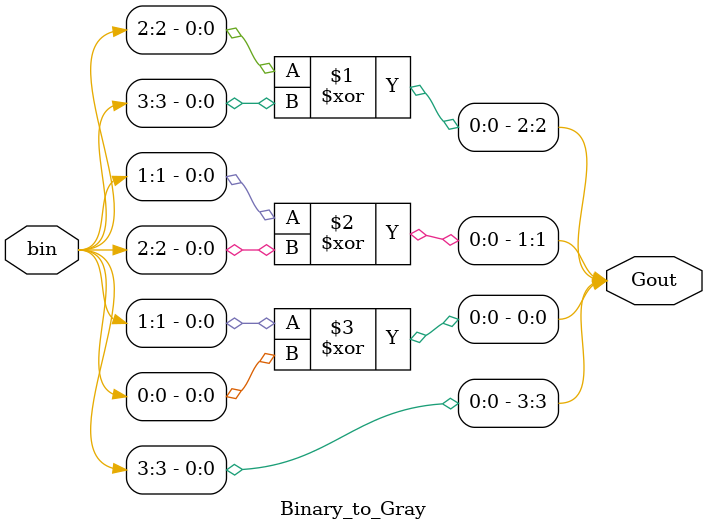
<source format=v>
`timescale 1ns / 1ps


module Binary_to_Gray(
input  [3:0] bin,
output [3:0] Gout );
assign Gout[3]=bin[3];
assign Gout[2]=bin[2] ^ bin[3];
assign Gout[1]=bin[1] ^ bin[2];
assign Gout[0]=bin[1] ^ bin[0];
endmodule

</source>
